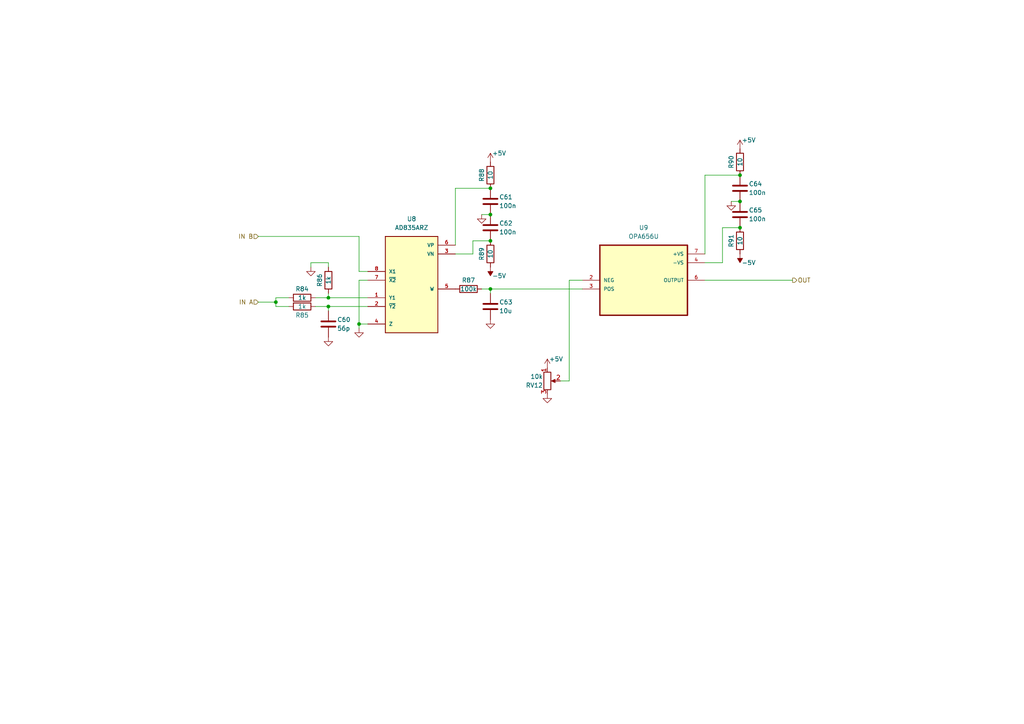
<source format=kicad_sch>
(kicad_sch (version 20230121) (generator eeschema)
  (paper "A4")
  (lib_symbols
    (symbol "AD835ARZ:AD835ARZ" (pin_names (offset 1.016))
      (property "Reference" "U" (at -7.6239 15.8832 0))
      (property "Value" "AD835ARZ" (at -7.6214 -15.2428 0))
      (symbol "AD835ARZ_0_0"
        (rectangle (start -7.62 -12.7) (end 7.62 15.24) (stroke (width 0.254)) (fill (type background)))
        (pin input line (at -12.7 -2.54 0) (length 5.08) (name "Y1") (number "1"))
        (pin input line (at -12.7 -5.08 0) (length 5.08) (name "~{Y2}") (number "2"))
        (pin power_in line (at 12.7 10.16 180) (length 5.08) (name "VN") (number "3"))
        (pin input line (at -12.7 -10.16 0) (length 5.08) (name "Z") (number "4"))
        (pin output line (at 12.7 0 180) (length 5.08) (name "W") (number "5"))
        (pin power_in line (at 12.7 12.7 180) (length 5.08) (name "VP") (number "6"))
        (pin input line (at -12.7 2.54 0) (length 5.08) (name "~{X2}") (number "7"))
        (pin input line (at -12.7 5.08 0) (length 5.08) (name "X1") (number "8"))
      )
    )
    (symbol "Device:C" (pin_numbers hide) (pin_names (offset 0.254))
      (property "Reference" "C" (at 0.635 2.54 0))
      (property "Value" "C" (at 0.635 -2.54 0))
      (symbol "C_0_1"
        (polyline (pts (xy -2.032 -0.762) (xy 2.032 -0.762)) (stroke (width 0.508)))
        (polyline (pts (xy -2.032 0.762) (xy 2.032 0.762)) (stroke (width 0.508)))
      )
      (symbol "C_1_1"
        (pin passive line (at 0 3.81 270) (length 2.794) (name "~") (number "1"))
        (pin passive line (at 0 -3.81 90) (length 2.794) (name "~") (number "2"))
      )
    )
    (symbol "Device:R" (pin_numbers hide) (pin_names (offset 0))
      (property "Reference" "R" (at 2.032 0 90))
      (property "Value" "R" (at 0 0 90))
      (symbol "R_0_1"
        (rectangle (start -1.016 -2.54) (end 1.016 2.54) (stroke (width 0.254)))
      )
      (symbol "R_1_1"
        (pin passive line (at 0 3.81 270) (length 1.27) (name "~") (number "1"))
        (pin passive line (at 0 -3.81 90) (length 1.27) (name "~") (number "2"))
      )
    )
    (symbol "Device:R_Potentiometer" (pin_names (offset 1.016) hide)
      (property "Reference" "RV" (at -4.445 0 90))
      (property "Value" "R_Potentiometer" (at -2.54 0 90))
      (symbol "R_Potentiometer_0_1"
        (polyline (pts (xy 2.54 0) (xy 1.524 0)))
        (polyline (pts (xy 1.143 0) (xy 2.286 0.508) (xy 2.286 -0.508) (xy 1.143 0)) (fill (type outline)))
        (rectangle (start 1.016 2.54) (end -1.016 -2.54) (stroke (width 0.254)))
      )
      (symbol "R_Potentiometer_1_1"
        (pin passive line (at 0 3.81 270) (length 1.27) (name "1") (number "1"))
        (pin passive line (at 3.81 0 180) (length 1.27) (name "2") (number "2"))
        (pin passive line (at 0 -3.81 90) (length 1.27) (name "3") (number "3"))
      )
    )
    (symbol "OPA656U:OPA656U" (pin_names (offset 1.016))
      (property "Reference" "U" (at -12.7 11.16 0))
      (property "Value" "OPA656U" (at -12.7 -14.16 0))
      (symbol "OPA656U_0_0"
        (rectangle (start -12.7 -10.16) (end 12.7 10.16) (stroke (width 0.41)) (fill (type background)))
        (pin input line (at -17.78 0 0) (length 5.08) (name "NEG") (number "2"))
        (pin input line (at -17.78 -2.54 0) (length 5.08) (name "POS") (number "3"))
        (pin power_in line (at 17.78 5.08 180) (length 5.08) (name "-VS") (number "4"))
        (pin output line (at 17.78 0 180) (length 5.08) (name "OUTPUT") (number "6"))
        (pin power_in line (at 17.78 7.62 180) (length 5.08) (name "+VS") (number "7"))
      )
    )
    (symbol "power:+5V" (power) (pin_names (offset 0))
      (property "Value" "+5V" (at 0 3.556 0))
      (symbol "+5V_0_1"
        (polyline (pts (xy -0.762 1.27) (xy 0 2.54)))
        (polyline (pts (xy 0 0) (xy 0 2.54)))
        (polyline (pts (xy 0 2.54) (xy 0.762 1.27)))
      )
      (symbol "+5V_1_1"
        (pin power_in line (at 0 0 90) (length 0) hide (name "+5V") (number "1"))
      )
    )
    (symbol "power:-5V" (power) (pin_names (offset 0))
      (property "Value" "-5V" (at 0 3.81 0))
      (symbol "-5V_0_0"
        (pin power_in line (at 0 0 90) (length 0) hide (name "-5V") (number "1"))
      )
      (symbol "-5V_0_1"
        (polyline (pts (xy 0 0) (xy 0 1.27) (xy 0.762 1.27) (xy 0 2.54) (xy -0.762 1.27) (xy 0 1.27)) (fill (type outline)))
      )
    )
    (symbol "power:GND" (power) (pin_names (offset 0))
      (property "Value" "GND" (at 0 -3.81 0))
      (symbol "GND_0_1"
        (polyline (pts (xy 0 0) (xy 0 -1.27) (xy 1.27 -1.27) (xy 0 -2.54) (xy -1.27 -1.27) (xy 0 -1.27)))
      )
      (symbol "GND_1_1"
        (pin power_in line (at 0 0 270) (length 0) hide (name "GND") (number "1"))
      )
    )
  )
  (junction (at 214.63 50.8))
  (junction (at 80.01 87.63))
  (junction (at 214.63 66.04))
  (junction (at 142.24 69.85))
  (junction (at 142.24 83.82))
  (junction (at 214.63 58.42))
  (junction (at 95.25 86.36))
  (junction (at 142.24 62.23))
  (junction (at 95.25 88.9))
  (junction (at 104.14 93.98))
  (junction (at 142.24 54.61))
  (wire (pts (xy 204.47 50.8) (xy 214.63 50.8)))
  (wire (pts (xy 95.25 88.9) (xy 95.25 90.17)))
  (wire (pts (xy 212.09 58.42) (xy 214.63 58.42)))
  (wire (pts (xy 91.44 88.9) (xy 95.25 88.9)))
  (wire (pts (xy 74.93 68.58) (xy 104.14 68.58)))
  (wire (pts (xy 80.01 87.63) (xy 80.01 88.9)))
  (wire (pts (xy 137.16 73.66) (xy 132.08 73.66)))
  (wire (pts (xy 165.1 110.49) (xy 165.1 81.28)))
  (wire (pts (xy 162.56 110.49) (xy 165.1 110.49)))
  (wire (pts (xy 142.24 83.82) (xy 142.24 85.09)))
  (wire (pts (xy 106.68 81.28) (xy 104.14 81.28)))
  (wire (pts (xy 132.08 54.61) (xy 142.24 54.61)))
  (wire (pts (xy 95.25 85.09) (xy 95.25 86.36)))
  (wire (pts (xy 142.24 83.82) (xy 168.91 83.82)))
  (wire (pts (xy 106.68 93.98) (xy 104.14 93.98)))
  (wire (pts (xy 204.47 81.28) (xy 229.87 81.28)))
  (wire (pts (xy 95.25 88.9) (xy 106.68 88.9)))
  (wire (pts (xy 80.01 88.9) (xy 83.82 88.9)))
  (wire (pts (xy 104.14 78.74) (xy 106.68 78.74)))
  (wire (pts (xy 209.55 66.04) (xy 214.63 66.04)))
  (wire (pts (xy 83.82 86.36) (xy 80.01 86.36)))
  (wire (pts (xy 95.25 77.47) (xy 95.25 76.2)))
  (wire (pts (xy 139.7 83.82) (xy 142.24 83.82)))
  (wire (pts (xy 90.17 76.2) (xy 95.25 76.2)))
  (wire (pts (xy 137.16 69.85) (xy 142.24 69.85)))
  (wire (pts (xy 104.14 81.28) (xy 104.14 93.98)))
  (wire (pts (xy 74.93 87.63) (xy 80.01 87.63)))
  (wire (pts (xy 165.1 81.28) (xy 168.91 81.28)))
  (wire (pts (xy 104.14 68.58) (xy 104.14 78.74)))
  (wire (pts (xy 204.47 50.8) (xy 204.47 73.66)))
  (wire (pts (xy 132.08 54.61) (xy 132.08 71.12)))
  (wire (pts (xy 209.55 66.04) (xy 209.55 76.2)))
  (wire (pts (xy 90.17 76.2) (xy 90.17 77.47)))
  (wire (pts (xy 139.7 62.23) (xy 142.24 62.23)))
  (wire (pts (xy 95.25 86.36) (xy 106.68 86.36)))
  (wire (pts (xy 104.14 93.98) (xy 104.14 95.25)))
  (wire (pts (xy 137.16 69.85) (xy 137.16 73.66)))
  (wire (pts (xy 80.01 86.36) (xy 80.01 87.63)))
  (wire (pts (xy 209.55 76.2) (xy 204.47 76.2)))
  (wire (pts (xy 91.44 86.36) (xy 95.25 86.36)))
  (hierarchical_label "IN B" (shape input) (at 74.93 68.58 180))
  (hierarchical_label "IN A" (shape input) (at 74.93 87.63 180))
  (hierarchical_label "OUT" (shape output) (at 229.87 81.28 0))
  (symbol (lib_id "Device:C") (at 142.24 66.04 0) (unit 1)
    (property "Reference" "C62" (at 144.78 64.77 0) (effects (justify left)))
    (property "Value" "100n" (at 144.78 67.31 0) (effects (justify left)))
    (property "Footprint" "Capacitor_SMD:C_1206_3216Metric" (effects hide))
    (instances (project "QCM_driver" (path "" (reference "C62") (unit 1)) (path "" (reference "C68") (unit 1))))
  )
  (symbol (lib_id "Device:C") (at 142.24 58.42 0) (unit 1)
    (property "Reference" "C61" (at 144.78 57.15 0) (effects (justify left)))
    (property "Value" "100n" (at 144.78 59.69 0) (effects (justify left)))
    (property "Footprint" "Capacitor_SMD:C_1206_3216Metric" (effects hide))
    (instances (project "QCM_driver" (path "" (reference "C61") (unit 1)) (path "" (reference "C67") (unit 1))))
  )
  (symbol (lib_id "Device:R") (at 142.24 50.8 180) (unit 1)
    (property "Reference" "R88" (at 139.7 50.8 90))
    (property "Value" "10" (at 142.24 50.8 90))
    (property "Footprint" "Resistor_SMD:R_1206_3216Metric_Pad1.30x1.75mm_HandSolder" (effects hide))
    (instances (project "QCM_driver" (path "" (reference "R88") (unit 1)) (path "" (reference "R96") (unit 1))))
  )
  (symbol (lib_id "Device:R") (at 214.63 46.99 180) (unit 1)
    (property "Reference" "R90" (at 212.09 46.99 90))
    (property "Value" "10" (at 214.63 46.99 90))
    (property "Footprint" "Resistor_SMD:R_1206_3216Metric_Pad1.30x1.75mm_HandSolder" (effects hide))
    (instances (project "QCM_driver" (path "" (reference "R90") (unit 1)) (path "" (reference "R98") (unit 1))))
  )
  (symbol (lib_id "Device:R") (at 87.63 86.36 90) (unit 1)
    (property "Reference" "R84" (at 87.63 83.82 90))
    (property "Value" "1k" (at 87.63 86.36 90))
    (property "Footprint" "Resistor_SMD:R_1206_3216Metric_Pad1.30x1.75mm_HandSolder" (effects hide))
    (instances (project "QCM_driver" (path "" (reference "R84") (unit 1)) (path "" (reference "R92") (unit 1))))
  )
  (symbol (lib_id "power:GND") (at 212.09 58.42 0) (unit 1)
    (property "Reference" "#PWR062" (effects hide))
    (property "Value" "GND" (effects hide))
    (instances (project "QCM_driver" (path "" (reference "#PWR062") (unit 1)) (path "" (reference "#PWR074") (unit 1))))
  )
  (symbol (lib_id "power:GND") (at 95.25 97.79 0) (unit 1)
    (property "Reference" "#PWR054" (effects hide))
    (property "Value" "GND" (effects hide))
    (instances (project "QCM_driver" (path "" (reference "#PWR054") (unit 1)) (path "" (reference "#PWR066") (unit 1))))
  )
  (symbol (lib_id "Device:C") (at 95.25 93.98 0) (unit 1)
    (property "Reference" "C60" (at 97.79 92.71 0) (effects (justify left)))
    (property "Value" "56p" (at 97.79 95.25 0) (effects (justify left)))
    (property "Footprint" "Capacitor_SMD:C_1206_3216Metric" (effects hide))
    (instances (project "QCM_driver" (path "" (reference "C60") (unit 1)) (path "" (reference "C66") (unit 1))))
  )
  (symbol (lib_id "power:GND") (at 90.17 77.47 0) (unit 1)
    (property "Reference" "#PWR053" (effects hide))
    (property "Value" "GND" (effects hide))
    (instances (project "QCM_driver" (path "" (reference "#PWR053") (unit 1)) (path "" (reference "#PWR065") (unit 1))))
  )
  (symbol (lib_id "power:+5V") (at 214.63 43.18 0) (unit 1)
    (property "Reference" "#PWR063" (effects hide))
    (property "Value" "+5V" (at 217.17 40.64 0))
    (instances (project "QCM_driver" (path "" (reference "#PWR063") (unit 1)) (path "" (reference "#PWR075") (unit 1))))
  )
  (symbol (lib_id "Device:R") (at 95.25 81.28 180) (unit 1)
    (property "Reference" "R86" (at 92.71 81.28 90))
    (property "Value" "1k" (at 95.25 81.28 90))
    (property "Footprint" "Resistor_SMD:R_1206_3216Metric_Pad1.30x1.75mm_HandSolder" (effects hide))
    (instances (project "QCM_driver" (path "" (reference "R86") (unit 1)) (path "" (reference "R94") (unit 1))))
  )
  (symbol (lib_id "Device:C") (at 142.24 88.9 0) (unit 1)
    (property "Reference" "C63" (at 144.78 87.63 0) (effects (justify left)))
    (property "Value" "10u" (at 144.78 90.17 0) (effects (justify left)))
    (property "Footprint" "Capacitor_SMD:C_1210_3225Metric" (effects hide))
    (instances (project "QCM_driver" (path "" (reference "C63") (unit 1)) (path "" (reference "C69") (unit 1))))
  )
  (symbol (lib_id "power:+5V") (at 158.75 106.68 0) (unit 1)
    (property "Reference" "#PWR060" (effects hide))
    (property "Value" "+5V" (at 161.29 104.14 0))
    (instances (project "QCM_driver" (path "" (reference "#PWR060") (unit 1)) (path "" (reference "#PWR072") (unit 1))))
  )
  (symbol (lib_id "Device:C") (at 214.63 54.61 0) (unit 1)
    (property "Reference" "C64" (at 217.17 53.34 0) (effects (justify left)))
    (property "Value" "100n" (at 217.17 55.88 0) (effects (justify left)))
    (property "Footprint" "Capacitor_SMD:C_1206_3216Metric" (effects hide))
    (instances (project "QCM_driver" (path "" (reference "C64") (unit 1)) (path "" (reference "C70") (unit 1))))
  )
  (symbol (lib_id "Device:R") (at 135.89 83.82 90) (unit 1)
    (property "Reference" "R87" (at 135.89 81.28 90))
    (property "Value" "100k" (at 135.89 83.82 90))
    (property "Footprint" "Resistor_SMD:R_1206_3216Metric_Pad1.30x1.75mm_HandSolder" (effects hide))
    (instances (project "QCM_driver" (path "" (reference "R87") (unit 1)) (path "" (reference "R95") (unit 1))))
  )
  (symbol (lib_id "Device:R") (at 142.24 73.66 180) (unit 1)
    (property "Reference" "R89" (at 139.7 73.66 90))
    (property "Value" "10" (at 142.24 73.66 90))
    (property "Footprint" "Resistor_SMD:R_1206_3216Metric_Pad1.30x1.75mm_HandSolder" (effects hide))
    (instances (project "QCM_driver" (path "" (reference "R89") (unit 1)) (path "" (reference "R97") (unit 1))))
  )
  (symbol (lib_id "Device:R") (at 87.63 88.9 90) (unit 1)
    (property "Reference" "R85" (at 87.63 91.44 90))
    (property "Value" "1k" (at 87.63 88.9 90))
    (property "Footprint" "Resistor_SMD:R_1206_3216Metric_Pad1.30x1.75mm_HandSolder" (effects hide))
    (instances (project "QCM_driver" (path "" (reference "R85") (unit 1)) (path "" (reference "R93") (unit 1))))
  )
  (symbol (lib_id "power:GND") (at 104.14 95.25 0) (unit 1)
    (property "Reference" "#PWR055" (effects hide))
    (property "Value" "GND" (effects hide))
    (instances (project "QCM_driver" (path "" (reference "#PWR055") (unit 1)) (path "" (reference "#PWR067") (unit 1))))
  )
  (symbol (lib_id "power:-5V") (at 214.63 73.66 180) (unit 1)
    (property "Reference" "#PWR064" (effects hide))
    (property "Value" "-5V" (at 217.17 76.2 0))
    (instances (project "QCM_driver" (path "" (reference "#PWR064") (unit 1)) (path "" (reference "#PWR076") (unit 1))))
  )
  (symbol (lib_id "power:-5V") (at 142.24 77.47 180) (unit 1)
    (property "Reference" "#PWR058" (effects hide))
    (property "Value" "-5V" (at 144.78 80.01 0))
    (instances (project "QCM_driver" (path "" (reference "#PWR058") (unit 1)) (path "" (reference "#PWR070") (unit 1))))
  )
  (symbol (lib_id "Device:R_Potentiometer") (at 158.75 110.49 0) (unit 1)
    (property "Reference" "RV12" (at 157.48 111.76 0) (effects (justify right)))
    (property "Value" "10k" (at 157.48 109.22 0) (effects (justify right)))
    (property "Footprint" "Potentiometer_THT:Potentiometer_Bourns_3296Y_Vertical" (effects hide))
    (instances (project "QCM_driver" (path "" (reference "RV12") (unit 1)) (path "" (reference "RV13") (unit 1))))
  )
  (symbol (lib_id "power:+5V") (at 142.24 46.99 0) (unit 1)
    (property "Reference" "#PWR057" (effects hide))
    (property "Value" "+5V" (at 144.78 44.45 0))
    (instances (project "QCM_driver" (path "" (reference "#PWR057") (unit 1)) (path "" (reference "#PWR069") (unit 1))))
  )
  (symbol (lib_id "Device:R") (at 214.63 69.85 180) (unit 1)
    (property "Reference" "R91" (at 212.09 69.85 90))
    (property "Value" "10" (at 214.63 69.85 90))
    (property "Footprint" "Resistor_SMD:R_1206_3216Metric_Pad1.30x1.75mm_HandSolder" (effects hide))
    (instances (project "QCM_driver" (path "" (reference "R91") (unit 1)) (path "" (reference "R99") (unit 1))))
  )
  (symbol (lib_id "power:GND") (at 142.24 92.71 0) (unit 1)
    (property "Reference" "#PWR059" (effects hide))
    (property "Value" "GND" (effects hide))
    (instances (project "QCM_driver" (path "" (reference "#PWR059") (unit 1)) (path "" (reference "#PWR071") (unit 1))))
  )
  (symbol (lib_id "power:GND") (at 139.7 62.23 0) (unit 1)
    (property "Reference" "#PWR056" (effects hide))
    (property "Value" "GND" (effects hide))
    (instances (project "QCM_driver" (path "" (reference "#PWR056") (unit 1)) (path "" (reference "#PWR068") (unit 1))))
  )
  (symbol (lib_id "OPA656U:OPA656U") (at 186.69 81.28 0) (unit 1)
    (property "Reference" "U9" (at 186.69 66.04 0))
    (property "Value" "OPA656U" (at 186.69 68.58 0))
    (property "Footprint" "Package_SO:SOIC-8_3.9x4.9mm_P1.27mm" (effects hide))
    (property "MF" "Texas Instruments" (effects hide))
    (property "Description" "\n                        \n                            Wideband, Unity Gain Stable FET-Input Operational Amplifier\n                        \n" (effects hide))
    (property "Package" "SOIC-8 Texas Instruments" (effects hide))
    (property "Price" "None" (effects hide))
    (property "SnapEDA_Link" "https://www.snapeda.com/parts/OPA656U/Texas+Instruments/view-part/?ref=snap" (effects hide))
    (property "MP" "OPA656U" (effects hide))
    (property "Availability" "In Stock" (effects hide))
    (property "Check_prices" "https://www.snapeda.com/parts/OPA656U/Texas+Instruments/view-part/?ref=eda" (effects hide))
    (instances (project "QCM_driver" (path "" (reference "U9") (unit 1)) (path "" (reference "U11") (unit 1))))
  )
  (symbol (lib_id "AD835ARZ:AD835ARZ") (at 119.38 83.82 0) (unit 1)
    (property "Reference" "U8" (at 119.38 63.5 0))
    (property "Value" "AD835ARZ" (at 119.38 66.04 0))
    (property "Footprint" "Package_SO:SOIC-8_3.9x4.9mm_P1.27mm" (effects hide))
    (property "MF" "Analog Devices" (effects hide))
    (property "Description" "\n                        \n                            250 MHz, Voltage Output 4-Quadrant Multiplier\n                        \n" (effects hide))
    (property "PACKAGE" "SOIC-8" (effects hide))
    (property "Price" "None" (effects hide))
    (property "Package" "SOIC-8 Analog Devices" (effects hide))
    (property "Check_prices" "https://www.snapeda.com/parts/AD835ARZ/Analog+Devices/view-part/?ref=eda" (effects hide))
    (property "STANDARD" "IPC-7351B" (effects hide))
    (property "PARTREV" "E" (effects hide))
    (property "SnapEDA_Link" "https://www.snapeda.com/parts/AD835ARZ/Analog+Devices/view-part/?ref=snap" (effects hide))
    (property "MP" "AD835ARZ" (effects hide))
    (property "Availability" "In Stock" (effects hide))
    (property "MANUFACTURER" "Analog Devices" (effects hide))
    (instances (project "QCM_driver" (path "" (reference "U8") (unit 1)) (path "" (reference "U10") (unit 1))))
  )
  (symbol (lib_id "Device:C") (at 214.63 62.23 0) (unit 1)
    (property "Reference" "C65" (at 217.17 60.96 0) (effects (justify left)))
    (property "Value" "100n" (at 217.17 63.5 0) (effects (justify left)))
    (property "Footprint" "Capacitor_SMD:C_1206_3216Metric" (effects hide))
    (instances (project "QCM_driver" (path "" (reference "C65") (unit 1)) (path "" (reference "C71") (unit 1))))
  )
  (symbol (lib_id "power:GND") (at 158.75 114.3 0) (unit 1)
    (property "Reference" "#PWR061" (effects hide))
    (property "Value" "GND" (effects hide))
    (instances (project "QCM_driver" (path "" (reference "#PWR061") (unit 1)) (path "" (reference "#PWR073") (unit 1))))
  )
)
</source>
